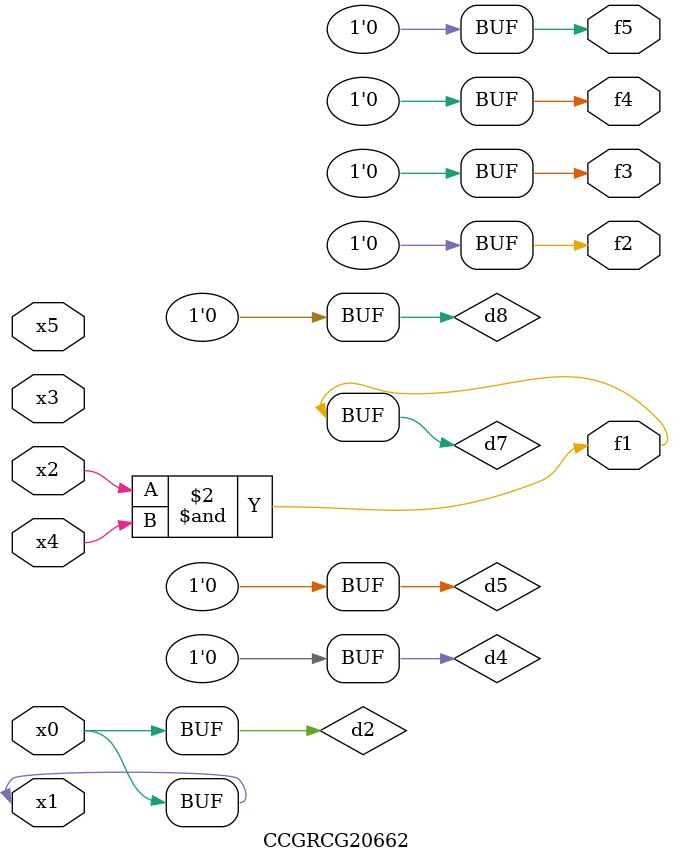
<source format=v>
module CCGRCG20662(
	input x0, x1, x2, x3, x4, x5,
	output f1, f2, f3, f4, f5
);

	wire d1, d2, d3, d4, d5, d6, d7, d8, d9;

	nand (d1, x1);
	buf (d2, x0, x1);
	nand (d3, x2, x4);
	and (d4, d1, d2);
	and (d5, d1, d2);
	nand (d6, d1, d3);
	not (d7, d3);
	xor (d8, d5);
	nor (d9, d5, d6);
	assign f1 = d7;
	assign f2 = d8;
	assign f3 = d8;
	assign f4 = d8;
	assign f5 = d8;
endmodule

</source>
